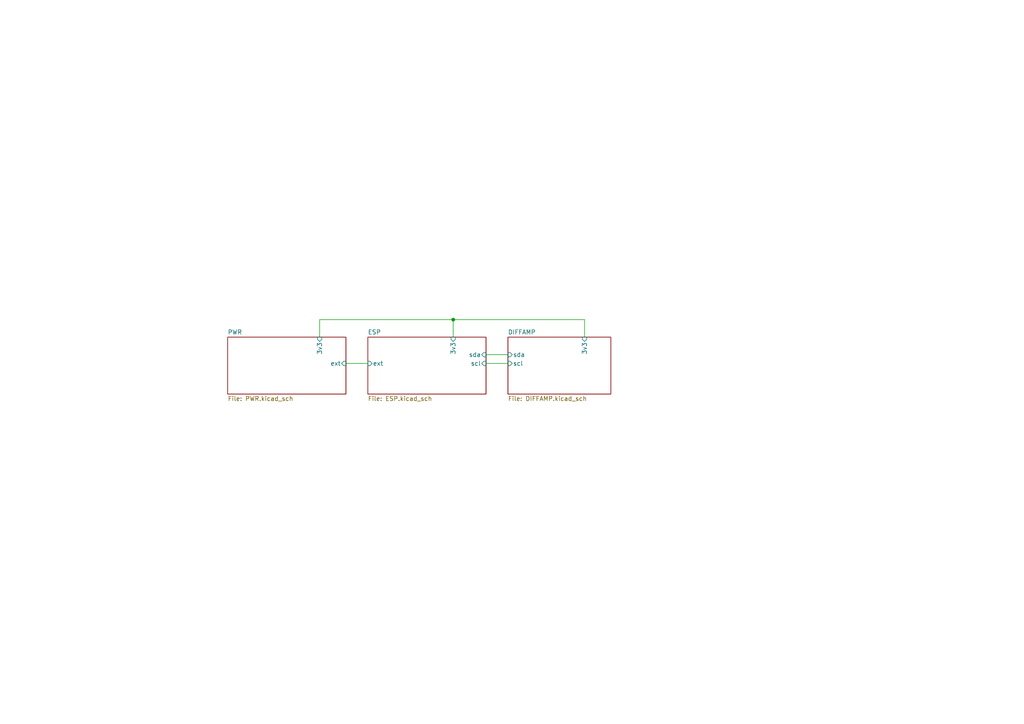
<source format=kicad_sch>
(kicad_sch
	(version 20231120)
	(generator "eeschema")
	(generator_version "8.0")
	(uuid "5f9d3b23-866e-4046-952d-536628d0cf9c")
	(paper "A4")
	(title_block
		(title "Root Layout")
		(date "2024-08-18")
		(rev "0")
		(company "Paisley Microsystems")
		(comment 1 "Drafted: Matthew Guo")
		(comment 2 "The design is not to be reproduced, distributed, transferred or sold")
	)
	(lib_symbols)
	(junction
		(at 131.445 92.71)
		(diameter 0)
		(color 0 0 0 0)
		(uuid "01f0dad9-2aa5-4ced-9ef8-68fa7252f738")
	)
	(wire
		(pts
			(xy 140.97 102.87) (xy 147.32 102.87)
		)
		(stroke
			(width 0)
			(type default)
		)
		(uuid "124b4b79-9e9f-47a1-8b6a-9fbe5089ecf2")
	)
	(wire
		(pts
			(xy 92.71 97.79) (xy 92.71 92.71)
		)
		(stroke
			(width 0)
			(type default)
		)
		(uuid "6650cb61-943d-4974-a341-a63260444e21")
	)
	(wire
		(pts
			(xy 131.445 92.71) (xy 131.445 97.79)
		)
		(stroke
			(width 0)
			(type default)
		)
		(uuid "723c423d-e7e0-4fd9-ace8-15eb76a69758")
	)
	(wire
		(pts
			(xy 100.33 105.41) (xy 106.68 105.41)
		)
		(stroke
			(width 0)
			(type default)
		)
		(uuid "b88d135f-141d-4cfe-9c60-2a0dde881bd6")
	)
	(wire
		(pts
			(xy 131.445 92.71) (xy 169.545 92.71)
		)
		(stroke
			(width 0)
			(type default)
		)
		(uuid "ca832084-569d-4164-875e-8e84a91a1f0c")
	)
	(wire
		(pts
			(xy 140.97 105.41) (xy 147.32 105.41)
		)
		(stroke
			(width 0)
			(type default)
		)
		(uuid "cf1064c7-f33c-49cc-98b0-0f188151e2be")
	)
	(wire
		(pts
			(xy 169.545 92.71) (xy 169.545 97.79)
		)
		(stroke
			(width 0)
			(type default)
		)
		(uuid "d11ed4f8-f732-40c4-a215-62ee86e7b4d4")
	)
	(wire
		(pts
			(xy 92.71 92.71) (xy 131.445 92.71)
		)
		(stroke
			(width 0)
			(type default)
		)
		(uuid "d4cc077c-41af-4f06-bfb4-c521ee10c529")
	)
	(sheet
		(at 66.04 97.79)
		(size 34.29 16.51)
		(fields_autoplaced yes)
		(stroke
			(width 0.1524)
			(type solid)
		)
		(fill
			(color 0 0 0 0.0000)
		)
		(uuid "017228de-9999-4818-83ba-e70a65a88041")
		(property "Sheetname" "PWR"
			(at 66.04 97.0784 0)
			(effects
				(font
					(size 1.27 1.27)
				)
				(justify left bottom)
			)
		)
		(property "Sheetfile" "PWR.kicad_sch"
			(at 66.04 114.8846 0)
			(effects
				(font
					(size 1.27 1.27)
				)
				(justify left top)
			)
		)
		(pin "3v3" input
			(at 92.71 97.79 90)
			(effects
				(font
					(size 1.27 1.27)
				)
				(justify right)
			)
			(uuid "2e223a16-d014-4d4a-a9c0-8ee044e895dc")
		)
		(pin "ext" input
			(at 100.33 105.41 0)
			(effects
				(font
					(size 1.27 1.27)
				)
				(justify right)
			)
			(uuid "74cb47d6-e78b-46e6-9f3e-c0807127b923")
		)
		(instances
			(project "proto"
				(path "/5f9d3b23-866e-4046-952d-536628d0cf9c"
					(page "2")
				)
			)
		)
	)
	(sheet
		(at 106.68 97.79)
		(size 34.29 16.51)
		(fields_autoplaced yes)
		(stroke
			(width 0.1524)
			(type solid)
		)
		(fill
			(color 0 0 0 0.0000)
		)
		(uuid "72664b8e-23b8-4ee3-b275-ce9fa0e4e5e1")
		(property "Sheetname" "ESP"
			(at 106.68 97.0784 0)
			(effects
				(font
					(size 1.27 1.27)
				)
				(justify left bottom)
			)
		)
		(property "Sheetfile" "ESP.kicad_sch"
			(at 106.68 114.8846 0)
			(effects
				(font
					(size 1.27 1.27)
				)
				(justify left top)
			)
		)
		(pin "sda" input
			(at 140.97 102.87 0)
			(effects
				(font
					(size 1.27 1.27)
				)
				(justify right)
			)
			(uuid "0a680902-093e-45f9-9d37-f8d015e10709")
		)
		(pin "3v3" input
			(at 131.445 97.79 90)
			(effects
				(font
					(size 1.27 1.27)
				)
				(justify right)
			)
			(uuid "3858ab16-a052-4c18-9305-339e80f7a01c")
		)
		(pin "scl" input
			(at 140.97 105.41 0)
			(effects
				(font
					(size 1.27 1.27)
				)
				(justify right)
			)
			(uuid "aed9e6cc-21e0-4003-85cb-b97e01507045")
		)
		(pin "ext" input
			(at 106.68 105.41 180)
			(effects
				(font
					(size 1.27 1.27)
				)
				(justify left)
			)
			(uuid "18935315-61a9-41c3-ab9c-8a88235f46b2")
		)
		(instances
			(project "proto"
				(path "/5f9d3b23-866e-4046-952d-536628d0cf9c"
					(page "3")
				)
			)
		)
	)
	(sheet
		(at 147.32 97.79)
		(size 29.845 16.51)
		(fields_autoplaced yes)
		(stroke
			(width 0.1524)
			(type solid)
		)
		(fill
			(color 0 0 0 0.0000)
		)
		(uuid "d8426d84-2aec-429c-874d-40e81e2522c9")
		(property "Sheetname" "DIFFAMP"
			(at 147.32 97.0784 0)
			(effects
				(font
					(size 1.27 1.27)
				)
				(justify left bottom)
			)
		)
		(property "Sheetfile" "DIFFAMP.kicad_sch"
			(at 147.32 114.8846 0)
			(effects
				(font
					(size 1.27 1.27)
				)
				(justify left top)
			)
		)
		(pin "3v3" input
			(at 169.545 97.79 90)
			(effects
				(font
					(size 1.27 1.27)
				)
				(justify right)
			)
			(uuid "6c371fe6-4720-45ab-9336-535245f2531f")
		)
		(pin "sda" input
			(at 147.32 102.87 180)
			(effects
				(font
					(size 1.27 1.27)
				)
				(justify left)
			)
			(uuid "0655970a-833a-45a1-a2ae-e34b16b1b91b")
		)
		(pin "scl" input
			(at 147.32 105.41 180)
			(effects
				(font
					(size 1.27 1.27)
				)
				(justify left)
			)
			(uuid "1c0b8c2c-0f8f-4de0-a2df-f14d757caadd")
		)
		(instances
			(project "proto"
				(path "/5f9d3b23-866e-4046-952d-536628d0cf9c"
					(page "4")
				)
			)
		)
	)
	(sheet_instances
		(path "/"
			(page "1")
		)
	)
)

</source>
